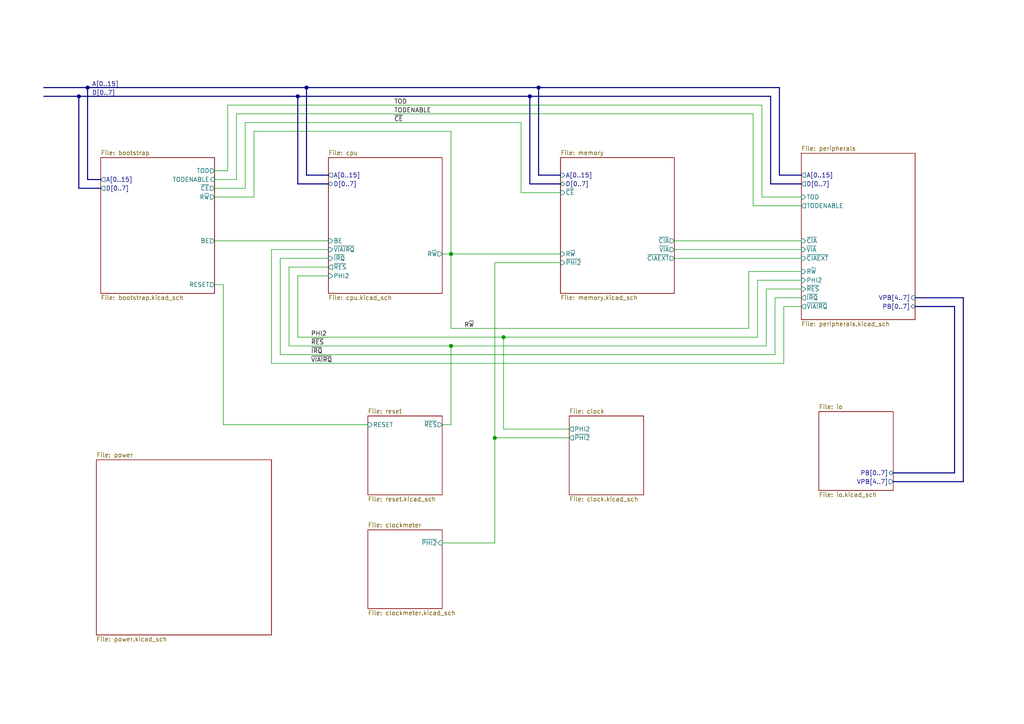
<source format=kicad_sch>
(kicad_sch (version 20201015) (generator eeschema)
  (paper "A4")
  (lib_symbols)
  (junction (at 130.81 73.66) (diameter 1.016))
  (junction (at 130.81 100.33) (diameter 1.016))
  (junction (at 143.51 127) (diameter 1.016))
  (junction (at 146.05 97.79) (diameter 1.016))
  (junction (at 22.86 27.94) (diameter 1.016))
  (junction (at 25.4 25.4) (diameter 1.016))
  (junction (at 86.36 27.94) (diameter 1.016))
  (junction (at 88.9 25.4) (diameter 1.016))
  (junction (at 153.67 27.94) (diameter 1.016))
  (junction (at 156.21 25.4) (diameter 1.016))
  (wire (pts (xy 62.23 49.53) (xy 66.04 49.53)))
  (wire (pts (xy 62.23 54.61) (xy 71.12 54.61)))
  (wire (pts (xy 62.23 57.15) (xy 73.66 57.15)))
  (wire (pts (xy 62.23 69.85) (xy 95.25 69.85)))
  (wire (pts (xy 62.23 82.55) (xy 64.77 82.55)))
  (wire (pts (xy 64.77 82.55) (xy 64.77 123.19)))
  (wire (pts (xy 64.77 123.19) (xy 106.68 123.19)))
  (wire (pts (xy 66.04 30.48) (xy 220.98 30.48)))
  (wire (pts (xy 66.04 49.53) (xy 66.04 30.48)))
  (wire (pts (xy 68.58 33.02) (xy 68.58 52.07)))
  (wire (pts (xy 68.58 52.07) (xy 62.23 52.07)))
  (wire (pts (xy 71.12 35.56) (xy 71.12 54.61)))
  (wire (pts (xy 73.66 38.1) (xy 73.66 57.15)))
  (wire (pts (xy 78.74 72.39) (xy 78.74 105.41)))
  (wire (pts (xy 78.74 105.41) (xy 227.33 105.41)))
  (wire (pts (xy 81.28 74.93) (xy 81.28 102.87)))
  (wire (pts (xy 81.28 102.87) (xy 224.79 102.87)))
  (wire (pts (xy 83.82 77.47) (xy 95.25 77.47)))
  (wire (pts (xy 83.82 100.33) (xy 83.82 77.47)))
  (wire (pts (xy 86.36 80.01) (xy 95.25 80.01)))
  (wire (pts (xy 86.36 97.79) (xy 86.36 80.01)))
  (wire (pts (xy 95.25 72.39) (xy 78.74 72.39)))
  (wire (pts (xy 95.25 74.93) (xy 81.28 74.93)))
  (wire (pts (xy 128.27 73.66) (xy 130.81 73.66)))
  (wire (pts (xy 128.27 123.19) (xy 130.81 123.19)))
  (wire (pts (xy 128.27 157.48) (xy 143.51 157.48)))
  (wire (pts (xy 130.81 38.1) (xy 73.66 38.1)))
  (wire (pts (xy 130.81 73.66) (xy 130.81 38.1)))
  (wire (pts (xy 130.81 73.66) (xy 130.81 95.25)))
  (wire (pts (xy 130.81 73.66) (xy 162.56 73.66)))
  (wire (pts (xy 130.81 95.25) (xy 217.17 95.25)))
  (wire (pts (xy 130.81 100.33) (xy 83.82 100.33)))
  (wire (pts (xy 130.81 100.33) (xy 222.25 100.33)))
  (wire (pts (xy 130.81 123.19) (xy 130.81 100.33)))
  (wire (pts (xy 143.51 76.2) (xy 143.51 127)))
  (wire (pts (xy 143.51 76.2) (xy 162.56 76.2)))
  (wire (pts (xy 143.51 157.48) (xy 143.51 127)))
  (wire (pts (xy 146.05 97.79) (xy 86.36 97.79)))
  (wire (pts (xy 146.05 97.79) (xy 219.71 97.79)))
  (wire (pts (xy 146.05 124.46) (xy 146.05 97.79)))
  (wire (pts (xy 151.13 35.56) (xy 71.12 35.56)))
  (wire (pts (xy 151.13 55.88) (xy 151.13 35.56)))
  (wire (pts (xy 162.56 55.88) (xy 151.13 55.88)))
  (wire (pts (xy 165.1 124.46) (xy 146.05 124.46)))
  (wire (pts (xy 165.1 127) (xy 143.51 127)))
  (wire (pts (xy 195.58 69.85) (xy 232.41 69.85)))
  (wire (pts (xy 195.58 72.39) (xy 232.41 72.39)))
  (wire (pts (xy 195.58 74.93) (xy 232.41 74.93)))
  (wire (pts (xy 217.17 78.74) (xy 232.41 78.74)))
  (wire (pts (xy 217.17 95.25) (xy 217.17 78.74)))
  (wire (pts (xy 218.44 33.02) (xy 68.58 33.02)))
  (wire (pts (xy 218.44 59.69) (xy 218.44 33.02)))
  (wire (pts (xy 219.71 81.28) (xy 232.41 81.28)))
  (wire (pts (xy 219.71 97.79) (xy 219.71 81.28)))
  (wire (pts (xy 220.98 30.48) (xy 220.98 57.15)))
  (wire (pts (xy 220.98 57.15) (xy 232.41 57.15)))
  (wire (pts (xy 222.25 83.82) (xy 232.41 83.82)))
  (wire (pts (xy 222.25 100.33) (xy 222.25 83.82)))
  (wire (pts (xy 224.79 86.36) (xy 232.41 86.36)))
  (wire (pts (xy 224.79 102.87) (xy 224.79 86.36)))
  (wire (pts (xy 227.33 88.9) (xy 232.41 88.9)))
  (wire (pts (xy 227.33 105.41) (xy 227.33 88.9)))
  (wire (pts (xy 232.41 59.69) (xy 218.44 59.69)))
  (bus (pts (xy 12.7 25.4) (xy 25.4 25.4)))
  (bus (pts (xy 12.7 27.94) (xy 22.86 27.94)))
  (bus (pts (xy 22.86 27.94) (xy 86.36 27.94)))
  (bus (pts (xy 22.86 54.61) (xy 22.86 27.94)))
  (bus (pts (xy 25.4 52.07) (xy 25.4 25.4)))
  (bus (pts (xy 29.21 52.07) (xy 25.4 52.07)))
  (bus (pts (xy 29.21 54.61) (xy 22.86 54.61)))
  (bus (pts (xy 86.36 27.94) (xy 153.67 27.94)))
  (bus (pts (xy 86.36 53.34) (xy 86.36 27.94)))
  (bus (pts (xy 88.9 25.4) (xy 25.4 25.4)))
  (bus (pts (xy 88.9 25.4) (xy 88.9 50.8)))
  (bus (pts (xy 88.9 25.4) (xy 156.21 25.4)))
  (bus (pts (xy 95.25 50.8) (xy 88.9 50.8)))
  (bus (pts (xy 95.25 53.34) (xy 86.36 53.34)))
  (bus (pts (xy 153.67 27.94) (xy 153.67 53.34)))
  (bus (pts (xy 153.67 27.94) (xy 223.52 27.94)))
  (bus (pts (xy 153.67 53.34) (xy 162.56 53.34)))
  (bus (pts (xy 156.21 25.4) (xy 156.21 50.8)))
  (bus (pts (xy 156.21 50.8) (xy 162.56 50.8)))
  (bus (pts (xy 223.52 27.94) (xy 223.52 53.34)))
  (bus (pts (xy 223.52 53.34) (xy 232.41 53.34)))
  (bus (pts (xy 226.06 25.4) (xy 156.21 25.4)))
  (bus (pts (xy 226.06 25.4) (xy 226.06 50.8)))
  (bus (pts (xy 226.06 50.8) (xy 232.41 50.8)))
  (bus (pts (xy 265.43 86.36) (xy 279.4 86.36)))
  (bus (pts (xy 265.43 88.9) (xy 276.86 88.9)))
  (bus (pts (xy 276.86 88.9) (xy 276.86 137.16)))
  (bus (pts (xy 276.86 137.16) (xy 259.08 137.16)))
  (bus (pts (xy 279.4 86.36) (xy 279.4 139.7)))
  (bus (pts (xy 279.4 139.7) (xy 259.08 139.7)))
  (label "A[0..15]" (at 26.67 25.4 0))
  (label "D[0..7]" (at 26.67 27.94 0))
  (label "PHI2" (at 90.17 97.79 0))
  (label "~RES" (at 90.17 100.33 0))
  (label "~IRQ" (at 90.17 102.87 0))
  (label "~VIAIRQ" (at 90.17 105.41 0))
  (label "TOD" (at 114.3 30.48 0))
  (label "TODENABLE" (at 114.3 33.02 0))
  (label "~CE" (at 114.3 35.56 0))
  (label "R~W" (at 134.62 95.25 0))
  (sheet (at 29.21 45.72) (size 33.02 39.37)
    (property "Nombre de hoja" "bootstrap" (at 29.21 45.0845 0) (effects (justify left bottom)))
    (property "Sheet file" "bootstrap.kicad_sch" (at 29.21 85.5985 0) (effects (justify left top)))
    (pin "RESET" output (at 62.23 82.55 0))
    (pin "BE" output (at 62.23 69.85 0))
    (pin "TOD" output (at 62.23 49.53 0))
    (pin "TODENABLE" input (at 62.23 52.07 0))
    (pin "~CE" output (at 62.23 54.61 0))
    (pin "R~W" output (at 62.23 57.15 0))
    (pin "A[0..15]" output (at 29.21 52.07 180))
    (pin "D[0..7]" output (at 29.21 54.61 180))
  )
  (sheet (at 165.1 120.65) (size 21.59 22.86)
    (property "Nombre de hoja" "clock" (at 165.1 120.0145 0) (effects (justify left bottom)))
    (property "Sheet file" "clock.kicad_sch" (at 165.1 144.0185 0) (effects (justify left top)))
    (pin "PHI2" output (at 165.1 124.46 180))
    (pin "~PHI2" output (at 165.1 127 180))
  )
  (sheet (at 106.68 153.67) (size 21.59 22.86)
    (property "Nombre de hoja" "clockmeter" (at 106.68 153.0345 0) (effects (justify left bottom)))
    (property "Sheet file" "clockmeter.kicad_sch" (at 106.68 177.0385 0) (effects (justify left top)))
    (pin "~PHI2" input (at 128.27 157.48 0))
  )
  (sheet (at 95.25 45.72) (size 33.02 39.37)
    (property "Nombre de hoja" "cpu" (at 95.25 45.0845 0) (effects (justify left bottom)))
    (property "Sheet file" "cpu.kicad_sch" (at 95.25 85.5985 0) (effects (justify left top)))
    (pin "A[0..15]" output (at 95.25 50.8 180))
    (pin "D[0..7]" bidirectional (at 95.25 53.34 180))
    (pin "PHI2" input (at 95.25 80.01 180))
    (pin "R~W" output (at 128.27 73.66 0))
    (pin "~RES" output (at 95.25 77.47 180))
    (pin "~VIAIRQ" input (at 95.25 72.39 180))
    (pin "~IRQ" input (at 95.25 74.93 180))
    (pin "BE" input (at 95.25 69.85 180))
  )
  (sheet (at 237.49 119.38) (size 21.59 22.86)
    (property "Nombre de hoja" "io" (at 237.49 118.7445 0) (effects (justify left bottom)))
    (property "Sheet file" "io.kicad_sch" (at 237.49 142.7485 0) (effects (justify left top)))
    (pin "VPB[4..7]" output (at 259.08 139.7 0))
    (pin "PB[0..7]" bidirectional (at 259.08 137.16 0))
  )
  (sheet (at 162.56 45.72) (size 33.02 39.37)
    (property "Nombre de hoja" "memory" (at 162.56 45.0845 0) (effects (justify left bottom)))
    (property "Sheet file" "memory.kicad_sch" (at 162.56 85.5985 0) (effects (justify left top)))
    (pin "A[0..15]" input (at 162.56 50.8 180))
    (pin "D[0..7]" bidirectional (at 162.56 53.34 180))
    (pin "~CIA" output (at 195.58 69.85 0))
    (pin "~VIA" output (at 195.58 72.39 0))
    (pin "~CE" input (at 162.56 55.88 180))
    (pin "R~W" input (at 162.56 73.66 180))
    (pin "~PHI2" input (at 162.56 76.2 180))
    (pin "~CIAEXT" output (at 195.58 74.93 0))
  )
  (sheet (at 232.41 44.45) (size 33.02 48.26)
    (property "Nombre de hoja" "peripherals" (at 232.41 43.8145 0) (effects (justify left bottom)))
    (property "Sheet file" "peripherals.kicad_sch" (at 232.41 93.2185 0) (effects (justify left top)))
    (pin "~IRQ" output (at 232.41 86.36 180))
    (pin "~VIAIRQ" output (at 232.41 88.9 180))
    (pin "A[0..15]" output (at 232.41 50.8 180))
    (pin "D[0..7]" output (at 232.41 53.34 180))
    (pin "PB[0..7]" bidirectional (at 265.43 88.9 0))
    (pin "~RES" input (at 232.41 83.82 180))
    (pin "PHI2" input (at 232.41 81.28 180))
    (pin "~CIA" input (at 232.41 69.85 180))
    (pin "~VIA" input (at 232.41 72.39 180))
    (pin "R~W" input (at 232.41 78.74 180))
    (pin "TOD" input (at 232.41 57.15 180))
    (pin "TODENABLE" output (at 232.41 59.69 180))
    (pin "VPB[4..7]" input (at 265.43 86.36 0))
    (pin "~CIAEXT" input (at 232.41 74.93 180))
  )
  (sheet (at 27.94 133.35) (size 50.8 50.8)
    (property "Nombre de hoja" "power" (at 27.94 132.7145 0) (effects (justify left bottom)))
    (property "Sheet file" "power.kicad_sch" (at 27.94 184.6585 0) (effects (justify left top)))
  )
  (sheet (at 106.68 120.65) (size 21.59 22.86)
    (property "Nombre de hoja" "reset" (at 106.68 120.0145 0) (effects (justify left bottom)))
    (property "Sheet file" "reset.kicad_sch" (at 106.68 144.0185 0) (effects (justify left top)))
    (pin "RESET" input (at 106.68 123.19 180))
    (pin "~RES" output (at 128.27 123.19 0))
  )
)
</source>
